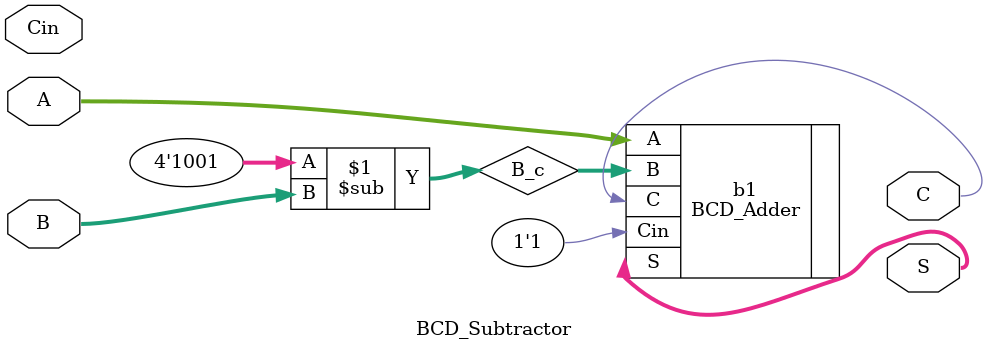
<source format=v>
module BCD_Subtractor(A,B,Cin,S,C);
input [3:0]A,B;
input Cin;
output [3:0]S;
output C;
wire [3:0]B_c;
assign B_c = 4'd9 - B;
BCD_Adder b1(.A(A),.B(B_c),.Cin(1'b1),.S(S),.C(C));
endmodule
</source>
